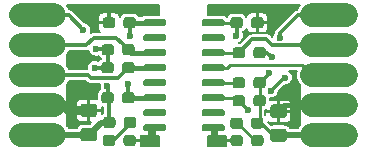
<source format=gtl>
G04 #@! TF.GenerationSoftware,KiCad,Pcbnew,5.1.8-db9833491~88~ubuntu20.04.1*
G04 #@! TF.CreationDate,2021-03-13T16:05:35+01:00*
G04 #@! TF.ProjectId,SWD_Isolator,5357445f-4973-46f6-9c61-746f722e6b69,rev?*
G04 #@! TF.SameCoordinates,PX4160928PY2f7a4c0*
G04 #@! TF.FileFunction,Copper,L1,Top*
G04 #@! TF.FilePolarity,Positive*
%FSLAX46Y46*%
G04 Gerber Fmt 4.6, Leading zero omitted, Abs format (unit mm)*
G04 Created by KiCad (PCBNEW 5.1.8-db9833491~88~ubuntu20.04.1) date 2021-03-13 16:05:35*
%MOMM*%
%LPD*%
G01*
G04 APERTURE LIST*
G04 #@! TA.AperFunction,ComponentPad*
%ADD10O,1.700000X1.700000*%
G04 #@! TD*
G04 #@! TA.AperFunction,ComponentPad*
%ADD11R,1.700000X1.700000*%
G04 #@! TD*
G04 #@! TA.AperFunction,ViaPad*
%ADD12C,0.600000*%
G04 #@! TD*
G04 #@! TA.AperFunction,Conductor*
%ADD13C,2.000000*%
G04 #@! TD*
G04 #@! TA.AperFunction,Conductor*
%ADD14C,0.400000*%
G04 #@! TD*
G04 #@! TA.AperFunction,Conductor*
%ADD15C,0.300000*%
G04 #@! TD*
G04 #@! TA.AperFunction,Conductor*
%ADD16C,0.500000*%
G04 #@! TD*
G04 #@! TA.AperFunction,Conductor*
%ADD17C,0.800000*%
G04 #@! TD*
G04 #@! TA.AperFunction,Conductor*
%ADD18C,0.254000*%
G04 #@! TD*
G04 #@! TA.AperFunction,Conductor*
%ADD19C,0.200000*%
G04 #@! TD*
G04 #@! TA.AperFunction,Conductor*
%ADD20C,0.100000*%
G04 #@! TD*
G04 APERTURE END LIST*
G04 #@! TA.AperFunction,SMDPad,CuDef*
G36*
G01*
X16500000Y10708500D02*
X16500000Y11008500D01*
G75*
G02*
X16650000Y11158500I150000J0D01*
G01*
X18300000Y11158500D01*
G75*
G02*
X18450000Y11008500I0J-150000D01*
G01*
X18450000Y10708500D01*
G75*
G02*
X18300000Y10558500I-150000J0D01*
G01*
X16650000Y10558500D01*
G75*
G02*
X16500000Y10708500I0J150000D01*
G01*
G37*
G04 #@! TD.AperFunction*
G04 #@! TA.AperFunction,SMDPad,CuDef*
G36*
G01*
X16500000Y9438500D02*
X16500000Y9738500D01*
G75*
G02*
X16650000Y9888500I150000J0D01*
G01*
X18300000Y9888500D01*
G75*
G02*
X18450000Y9738500I0J-150000D01*
G01*
X18450000Y9438500D01*
G75*
G02*
X18300000Y9288500I-150000J0D01*
G01*
X16650000Y9288500D01*
G75*
G02*
X16500000Y9438500I0J150000D01*
G01*
G37*
G04 #@! TD.AperFunction*
G04 #@! TA.AperFunction,SMDPad,CuDef*
G36*
G01*
X16500000Y8168500D02*
X16500000Y8468500D01*
G75*
G02*
X16650000Y8618500I150000J0D01*
G01*
X18300000Y8618500D01*
G75*
G02*
X18450000Y8468500I0J-150000D01*
G01*
X18450000Y8168500D01*
G75*
G02*
X18300000Y8018500I-150000J0D01*
G01*
X16650000Y8018500D01*
G75*
G02*
X16500000Y8168500I0J150000D01*
G01*
G37*
G04 #@! TD.AperFunction*
G04 #@! TA.AperFunction,SMDPad,CuDef*
G36*
G01*
X16500000Y6898500D02*
X16500000Y7198500D01*
G75*
G02*
X16650000Y7348500I150000J0D01*
G01*
X18300000Y7348500D01*
G75*
G02*
X18450000Y7198500I0J-150000D01*
G01*
X18450000Y6898500D01*
G75*
G02*
X18300000Y6748500I-150000J0D01*
G01*
X16650000Y6748500D01*
G75*
G02*
X16500000Y6898500I0J150000D01*
G01*
G37*
G04 #@! TD.AperFunction*
G04 #@! TA.AperFunction,SMDPad,CuDef*
G36*
G01*
X16500000Y5628500D02*
X16500000Y5928500D01*
G75*
G02*
X16650000Y6078500I150000J0D01*
G01*
X18300000Y6078500D01*
G75*
G02*
X18450000Y5928500I0J-150000D01*
G01*
X18450000Y5628500D01*
G75*
G02*
X18300000Y5478500I-150000J0D01*
G01*
X16650000Y5478500D01*
G75*
G02*
X16500000Y5628500I0J150000D01*
G01*
G37*
G04 #@! TD.AperFunction*
G04 #@! TA.AperFunction,SMDPad,CuDef*
G36*
G01*
X16500000Y4358500D02*
X16500000Y4658500D01*
G75*
G02*
X16650000Y4808500I150000J0D01*
G01*
X18300000Y4808500D01*
G75*
G02*
X18450000Y4658500I0J-150000D01*
G01*
X18450000Y4358500D01*
G75*
G02*
X18300000Y4208500I-150000J0D01*
G01*
X16650000Y4208500D01*
G75*
G02*
X16500000Y4358500I0J150000D01*
G01*
G37*
G04 #@! TD.AperFunction*
G04 #@! TA.AperFunction,SMDPad,CuDef*
G36*
G01*
X16500000Y3088500D02*
X16500000Y3388500D01*
G75*
G02*
X16650000Y3538500I150000J0D01*
G01*
X18300000Y3538500D01*
G75*
G02*
X18450000Y3388500I0J-150000D01*
G01*
X18450000Y3088500D01*
G75*
G02*
X18300000Y2938500I-150000J0D01*
G01*
X16650000Y2938500D01*
G75*
G02*
X16500000Y3088500I0J150000D01*
G01*
G37*
G04 #@! TD.AperFunction*
G04 #@! TA.AperFunction,SMDPad,CuDef*
G36*
G01*
X16500000Y1818500D02*
X16500000Y2118500D01*
G75*
G02*
X16650000Y2268500I150000J0D01*
G01*
X18300000Y2268500D01*
G75*
G02*
X18450000Y2118500I0J-150000D01*
G01*
X18450000Y1818500D01*
G75*
G02*
X18300000Y1668500I-150000J0D01*
G01*
X16650000Y1668500D01*
G75*
G02*
X16500000Y1818500I0J150000D01*
G01*
G37*
G04 #@! TD.AperFunction*
G04 #@! TA.AperFunction,SMDPad,CuDef*
G36*
G01*
X11550000Y1818500D02*
X11550000Y2118500D01*
G75*
G02*
X11700000Y2268500I150000J0D01*
G01*
X13350000Y2268500D01*
G75*
G02*
X13500000Y2118500I0J-150000D01*
G01*
X13500000Y1818500D01*
G75*
G02*
X13350000Y1668500I-150000J0D01*
G01*
X11700000Y1668500D01*
G75*
G02*
X11550000Y1818500I0J150000D01*
G01*
G37*
G04 #@! TD.AperFunction*
G04 #@! TA.AperFunction,SMDPad,CuDef*
G36*
G01*
X11550000Y3088500D02*
X11550000Y3388500D01*
G75*
G02*
X11700000Y3538500I150000J0D01*
G01*
X13350000Y3538500D01*
G75*
G02*
X13500000Y3388500I0J-150000D01*
G01*
X13500000Y3088500D01*
G75*
G02*
X13350000Y2938500I-150000J0D01*
G01*
X11700000Y2938500D01*
G75*
G02*
X11550000Y3088500I0J150000D01*
G01*
G37*
G04 #@! TD.AperFunction*
G04 #@! TA.AperFunction,SMDPad,CuDef*
G36*
G01*
X11550000Y4358500D02*
X11550000Y4658500D01*
G75*
G02*
X11700000Y4808500I150000J0D01*
G01*
X13350000Y4808500D01*
G75*
G02*
X13500000Y4658500I0J-150000D01*
G01*
X13500000Y4358500D01*
G75*
G02*
X13350000Y4208500I-150000J0D01*
G01*
X11700000Y4208500D01*
G75*
G02*
X11550000Y4358500I0J150000D01*
G01*
G37*
G04 #@! TD.AperFunction*
G04 #@! TA.AperFunction,SMDPad,CuDef*
G36*
G01*
X11550000Y5628500D02*
X11550000Y5928500D01*
G75*
G02*
X11700000Y6078500I150000J0D01*
G01*
X13350000Y6078500D01*
G75*
G02*
X13500000Y5928500I0J-150000D01*
G01*
X13500000Y5628500D01*
G75*
G02*
X13350000Y5478500I-150000J0D01*
G01*
X11700000Y5478500D01*
G75*
G02*
X11550000Y5628500I0J150000D01*
G01*
G37*
G04 #@! TD.AperFunction*
G04 #@! TA.AperFunction,SMDPad,CuDef*
G36*
G01*
X11550000Y6898500D02*
X11550000Y7198500D01*
G75*
G02*
X11700000Y7348500I150000J0D01*
G01*
X13350000Y7348500D01*
G75*
G02*
X13500000Y7198500I0J-150000D01*
G01*
X13500000Y6898500D01*
G75*
G02*
X13350000Y6748500I-150000J0D01*
G01*
X11700000Y6748500D01*
G75*
G02*
X11550000Y6898500I0J150000D01*
G01*
G37*
G04 #@! TD.AperFunction*
G04 #@! TA.AperFunction,SMDPad,CuDef*
G36*
G01*
X11550000Y8168500D02*
X11550000Y8468500D01*
G75*
G02*
X11700000Y8618500I150000J0D01*
G01*
X13350000Y8618500D01*
G75*
G02*
X13500000Y8468500I0J-150000D01*
G01*
X13500000Y8168500D01*
G75*
G02*
X13350000Y8018500I-150000J0D01*
G01*
X11700000Y8018500D01*
G75*
G02*
X11550000Y8168500I0J150000D01*
G01*
G37*
G04 #@! TD.AperFunction*
G04 #@! TA.AperFunction,SMDPad,CuDef*
G36*
G01*
X11550000Y9438500D02*
X11550000Y9738500D01*
G75*
G02*
X11700000Y9888500I150000J0D01*
G01*
X13350000Y9888500D01*
G75*
G02*
X13500000Y9738500I0J-150000D01*
G01*
X13500000Y9438500D01*
G75*
G02*
X13350000Y9288500I-150000J0D01*
G01*
X11700000Y9288500D01*
G75*
G02*
X11550000Y9438500I0J150000D01*
G01*
G37*
G04 #@! TD.AperFunction*
G04 #@! TA.AperFunction,SMDPad,CuDef*
G36*
G01*
X11550000Y10708500D02*
X11550000Y11008500D01*
G75*
G02*
X11700000Y11158500I150000J0D01*
G01*
X13350000Y11158500D01*
G75*
G02*
X13500000Y11008500I0J-150000D01*
G01*
X13500000Y10708500D01*
G75*
G02*
X13350000Y10558500I-150000J0D01*
G01*
X11700000Y10558500D01*
G75*
G02*
X11550000Y10708500I0J150000D01*
G01*
G37*
G04 #@! TD.AperFunction*
D10*
X26430000Y1333500D03*
X26430000Y3873500D03*
X26430000Y6413500D03*
X26430000Y8953500D03*
D11*
X26430000Y11493500D03*
D10*
X3570000Y11493500D03*
X3570000Y8953500D03*
X3570000Y6413500D03*
X3570000Y3873500D03*
D11*
X3570000Y1333500D03*
G04 #@! TA.AperFunction,SMDPad,CuDef*
G36*
G01*
X9188000Y1126500D02*
X9188000Y651500D01*
G75*
G02*
X8950500Y414000I-237500J0D01*
G01*
X8375500Y414000D01*
G75*
G02*
X8138000Y651500I0J237500D01*
G01*
X8138000Y1126500D01*
G75*
G02*
X8375500Y1364000I237500J0D01*
G01*
X8950500Y1364000D01*
G75*
G02*
X9188000Y1126500I0J-237500D01*
G01*
G37*
G04 #@! TD.AperFunction*
G04 #@! TA.AperFunction,SMDPad,CuDef*
G36*
G01*
X10938000Y1126500D02*
X10938000Y651500D01*
G75*
G02*
X10700500Y414000I-237500J0D01*
G01*
X10125500Y414000D01*
G75*
G02*
X9888000Y651500I0J237500D01*
G01*
X9888000Y1126500D01*
G75*
G02*
X10125500Y1364000I237500J0D01*
G01*
X10700500Y1364000D01*
G75*
G02*
X10938000Y1126500I0J-237500D01*
G01*
G37*
G04 #@! TD.AperFunction*
G04 #@! TA.AperFunction,SMDPad,CuDef*
G36*
G01*
X18947000Y651500D02*
X18947000Y1126500D01*
G75*
G02*
X19184500Y1364000I237500J0D01*
G01*
X19759500Y1364000D01*
G75*
G02*
X19997000Y1126500I0J-237500D01*
G01*
X19997000Y651500D01*
G75*
G02*
X19759500Y414000I-237500J0D01*
G01*
X19184500Y414000D01*
G75*
G02*
X18947000Y651500I0J237500D01*
G01*
G37*
G04 #@! TD.AperFunction*
G04 #@! TA.AperFunction,SMDPad,CuDef*
G36*
G01*
X20697000Y651500D02*
X20697000Y1126500D01*
G75*
G02*
X20934500Y1364000I237500J0D01*
G01*
X21509500Y1364000D01*
G75*
G02*
X21747000Y1126500I0J-237500D01*
G01*
X21747000Y651500D01*
G75*
G02*
X21509500Y414000I-237500J0D01*
G01*
X20934500Y414000D01*
G75*
G02*
X20697000Y651500I0J237500D01*
G01*
G37*
G04 #@! TD.AperFunction*
G04 #@! TA.AperFunction,SMDPad,CuDef*
G36*
G01*
X19983000Y2587000D02*
X19983000Y2112000D01*
G75*
G02*
X19745500Y1874500I-237500J0D01*
G01*
X19170500Y1874500D01*
G75*
G02*
X18933000Y2112000I0J237500D01*
G01*
X18933000Y2587000D01*
G75*
G02*
X19170500Y2824500I237500J0D01*
G01*
X19745500Y2824500D01*
G75*
G02*
X19983000Y2587000I0J-237500D01*
G01*
G37*
G04 #@! TD.AperFunction*
G04 #@! TA.AperFunction,SMDPad,CuDef*
G36*
G01*
X21733000Y2587000D02*
X21733000Y2112000D01*
G75*
G02*
X21495500Y1874500I-237500J0D01*
G01*
X20920500Y1874500D01*
G75*
G02*
X20683000Y2112000I0J237500D01*
G01*
X20683000Y2587000D01*
G75*
G02*
X20920500Y2824500I237500J0D01*
G01*
X21495500Y2824500D01*
G75*
G02*
X21733000Y2587000I0J-237500D01*
G01*
G37*
G04 #@! TD.AperFunction*
G04 #@! TA.AperFunction,SMDPad,CuDef*
G36*
G01*
X8166000Y2175500D02*
X8166000Y2650500D01*
G75*
G02*
X8403500Y2888000I237500J0D01*
G01*
X8978500Y2888000D01*
G75*
G02*
X9216000Y2650500I0J-237500D01*
G01*
X9216000Y2175500D01*
G75*
G02*
X8978500Y1938000I-237500J0D01*
G01*
X8403500Y1938000D01*
G75*
G02*
X8166000Y2175500I0J237500D01*
G01*
G37*
G04 #@! TD.AperFunction*
G04 #@! TA.AperFunction,SMDPad,CuDef*
G36*
G01*
X9916000Y2175500D02*
X9916000Y2650500D01*
G75*
G02*
X10153500Y2888000I237500J0D01*
G01*
X10728500Y2888000D01*
G75*
G02*
X10966000Y2650500I0J-237500D01*
G01*
X10966000Y2175500D01*
G75*
G02*
X10728500Y1938000I-237500J0D01*
G01*
X10153500Y1938000D01*
G75*
G02*
X9916000Y2175500I0J237500D01*
G01*
G37*
G04 #@! TD.AperFunction*
G04 #@! TA.AperFunction,SMDPad,CuDef*
G36*
G01*
X20697000Y10621000D02*
X20697000Y11096000D01*
G75*
G02*
X20934500Y11333500I237500J0D01*
G01*
X21509500Y11333500D01*
G75*
G02*
X21747000Y11096000I0J-237500D01*
G01*
X21747000Y10621000D01*
G75*
G02*
X21509500Y10383500I-237500J0D01*
G01*
X20934500Y10383500D01*
G75*
G02*
X20697000Y10621000I0J237500D01*
G01*
G37*
G04 #@! TD.AperFunction*
G04 #@! TA.AperFunction,SMDPad,CuDef*
G36*
G01*
X18947000Y10621000D02*
X18947000Y11096000D01*
G75*
G02*
X19184500Y11333500I237500J0D01*
G01*
X19759500Y11333500D01*
G75*
G02*
X19997000Y11096000I0J-237500D01*
G01*
X19997000Y10621000D01*
G75*
G02*
X19759500Y10383500I-237500J0D01*
G01*
X19184500Y10383500D01*
G75*
G02*
X18947000Y10621000I0J237500D01*
G01*
G37*
G04 #@! TD.AperFunction*
G04 #@! TA.AperFunction,SMDPad,CuDef*
G36*
G01*
X10938000Y11096000D02*
X10938000Y10621000D01*
G75*
G02*
X10700500Y10383500I-237500J0D01*
G01*
X10125500Y10383500D01*
G75*
G02*
X9888000Y10621000I0J237500D01*
G01*
X9888000Y11096000D01*
G75*
G02*
X10125500Y11333500I237500J0D01*
G01*
X10700500Y11333500D01*
G75*
G02*
X10938000Y11096000I0J-237500D01*
G01*
G37*
G04 #@! TD.AperFunction*
G04 #@! TA.AperFunction,SMDPad,CuDef*
G36*
G01*
X9188000Y11096000D02*
X9188000Y10621000D01*
G75*
G02*
X8950500Y10383500I-237500J0D01*
G01*
X8375500Y10383500D01*
G75*
G02*
X8138000Y10621000I0J237500D01*
G01*
X8138000Y11096000D01*
G75*
G02*
X8375500Y11333500I237500J0D01*
G01*
X8950500Y11333500D01*
G75*
G02*
X9188000Y11096000I0J-237500D01*
G01*
G37*
G04 #@! TD.AperFunction*
G04 #@! TA.AperFunction,SMDPad,CuDef*
G36*
G01*
X23464001Y2799500D02*
X22563999Y2799500D01*
G75*
G02*
X22314000Y3049499I0J249999D01*
G01*
X22314000Y3699501D01*
G75*
G02*
X22563999Y3949500I249999J0D01*
G01*
X23464001Y3949500D01*
G75*
G02*
X23714000Y3699501I0J-249999D01*
G01*
X23714000Y3049499D01*
G75*
G02*
X23464001Y2799500I-249999J0D01*
G01*
G37*
G04 #@! TD.AperFunction*
G04 #@! TA.AperFunction,SMDPad,CuDef*
G36*
G01*
X23464001Y749500D02*
X22563999Y749500D01*
G75*
G02*
X22314000Y999499I0J249999D01*
G01*
X22314000Y1649501D01*
G75*
G02*
X22563999Y1899500I249999J0D01*
G01*
X23464001Y1899500D01*
G75*
G02*
X23714000Y1649501I0J-249999D01*
G01*
X23714000Y999499D01*
G75*
G02*
X23464001Y749500I-249999J0D01*
G01*
G37*
G04 #@! TD.AperFunction*
G04 #@! TA.AperFunction,SMDPad,CuDef*
G36*
G01*
X7398501Y813000D02*
X6498499Y813000D01*
G75*
G02*
X6248500Y1062999I0J249999D01*
G01*
X6248500Y1713001D01*
G75*
G02*
X6498499Y1963000I249999J0D01*
G01*
X7398501Y1963000D01*
G75*
G02*
X7648500Y1713001I0J-249999D01*
G01*
X7648500Y1062999D01*
G75*
G02*
X7398501Y813000I-249999J0D01*
G01*
G37*
G04 #@! TD.AperFunction*
G04 #@! TA.AperFunction,SMDPad,CuDef*
G36*
G01*
X7398501Y2863000D02*
X6498499Y2863000D01*
G75*
G02*
X6248500Y3112999I0J249999D01*
G01*
X6248500Y3763001D01*
G75*
G02*
X6498499Y4013000I249999J0D01*
G01*
X7398501Y4013000D01*
G75*
G02*
X7648500Y3763001I0J-249999D01*
G01*
X7648500Y3112999D01*
G75*
G02*
X7398501Y2863000I-249999J0D01*
G01*
G37*
G04 #@! TD.AperFunction*
G04 #@! TA.AperFunction,SMDPad,CuDef*
G36*
G01*
X20187500Y6016000D02*
X20187500Y5541000D01*
G75*
G02*
X19950000Y5303500I-237500J0D01*
G01*
X19375000Y5303500D01*
G75*
G02*
X19137500Y5541000I0J237500D01*
G01*
X19137500Y6016000D01*
G75*
G02*
X19375000Y6253500I237500J0D01*
G01*
X19950000Y6253500D01*
G75*
G02*
X20187500Y6016000I0J-237500D01*
G01*
G37*
G04 #@! TD.AperFunction*
G04 #@! TA.AperFunction,SMDPad,CuDef*
G36*
G01*
X21937500Y6016000D02*
X21937500Y5541000D01*
G75*
G02*
X21700000Y5303500I-237500J0D01*
G01*
X21125000Y5303500D01*
G75*
G02*
X20887500Y5541000I0J237500D01*
G01*
X20887500Y6016000D01*
G75*
G02*
X21125000Y6253500I237500J0D01*
G01*
X21700000Y6253500D01*
G75*
G02*
X21937500Y6016000I0J-237500D01*
G01*
G37*
G04 #@! TD.AperFunction*
G04 #@! TA.AperFunction,SMDPad,CuDef*
G36*
G01*
X21937500Y4492000D02*
X21937500Y4017000D01*
G75*
G02*
X21700000Y3779500I-237500J0D01*
G01*
X21125000Y3779500D01*
G75*
G02*
X20887500Y4017000I0J237500D01*
G01*
X20887500Y4492000D01*
G75*
G02*
X21125000Y4729500I237500J0D01*
G01*
X21700000Y4729500D01*
G75*
G02*
X21937500Y4492000I0J-237500D01*
G01*
G37*
G04 #@! TD.AperFunction*
G04 #@! TA.AperFunction,SMDPad,CuDef*
G36*
G01*
X20187500Y4492000D02*
X20187500Y4017000D01*
G75*
G02*
X19950000Y3779500I-237500J0D01*
G01*
X19375000Y3779500D01*
G75*
G02*
X19137500Y4017000I0J237500D01*
G01*
X19137500Y4492000D01*
G75*
G02*
X19375000Y4729500I237500J0D01*
G01*
X19950000Y4729500D01*
G75*
G02*
X20187500Y4492000I0J-237500D01*
G01*
G37*
G04 #@! TD.AperFunction*
G04 #@! TA.AperFunction,SMDPad,CuDef*
G36*
G01*
X21937500Y8556000D02*
X21937500Y8081000D01*
G75*
G02*
X21700000Y7843500I-237500J0D01*
G01*
X21125000Y7843500D01*
G75*
G02*
X20887500Y8081000I0J237500D01*
G01*
X20887500Y8556000D01*
G75*
G02*
X21125000Y8793500I237500J0D01*
G01*
X21700000Y8793500D01*
G75*
G02*
X21937500Y8556000I0J-237500D01*
G01*
G37*
G04 #@! TD.AperFunction*
G04 #@! TA.AperFunction,SMDPad,CuDef*
G36*
G01*
X20187500Y8556000D02*
X20187500Y8081000D01*
G75*
G02*
X19950000Y7843500I-237500J0D01*
G01*
X19375000Y7843500D01*
G75*
G02*
X19137500Y8081000I0J237500D01*
G01*
X19137500Y8556000D01*
G75*
G02*
X19375000Y8793500I237500J0D01*
G01*
X19950000Y8793500D01*
G75*
G02*
X20187500Y8556000I0J-237500D01*
G01*
G37*
G04 #@! TD.AperFunction*
G04 #@! TA.AperFunction,SMDPad,CuDef*
G36*
G01*
X8039000Y8335000D02*
X8039000Y8810000D01*
G75*
G02*
X8276500Y9047500I237500J0D01*
G01*
X8851500Y9047500D01*
G75*
G02*
X9089000Y8810000I0J-237500D01*
G01*
X9089000Y8335000D01*
G75*
G02*
X8851500Y8097500I-237500J0D01*
G01*
X8276500Y8097500D01*
G75*
G02*
X8039000Y8335000I0J237500D01*
G01*
G37*
G04 #@! TD.AperFunction*
G04 #@! TA.AperFunction,SMDPad,CuDef*
G36*
G01*
X9789000Y8335000D02*
X9789000Y8810000D01*
G75*
G02*
X10026500Y9047500I237500J0D01*
G01*
X10601500Y9047500D01*
G75*
G02*
X10839000Y8810000I0J-237500D01*
G01*
X10839000Y8335000D01*
G75*
G02*
X10601500Y8097500I-237500J0D01*
G01*
X10026500Y8097500D01*
G75*
G02*
X9789000Y8335000I0J237500D01*
G01*
G37*
G04 #@! TD.AperFunction*
G04 #@! TA.AperFunction,SMDPad,CuDef*
G36*
G01*
X9775000Y6811000D02*
X9775000Y7286000D01*
G75*
G02*
X10012500Y7523500I237500J0D01*
G01*
X10587500Y7523500D01*
G75*
G02*
X10825000Y7286000I0J-237500D01*
G01*
X10825000Y6811000D01*
G75*
G02*
X10587500Y6573500I-237500J0D01*
G01*
X10012500Y6573500D01*
G75*
G02*
X9775000Y6811000I0J237500D01*
G01*
G37*
G04 #@! TD.AperFunction*
G04 #@! TA.AperFunction,SMDPad,CuDef*
G36*
G01*
X8025000Y6811000D02*
X8025000Y7286000D01*
G75*
G02*
X8262500Y7523500I237500J0D01*
G01*
X8837500Y7523500D01*
G75*
G02*
X9075000Y7286000I0J-237500D01*
G01*
X9075000Y6811000D01*
G75*
G02*
X8837500Y6573500I-237500J0D01*
G01*
X8262500Y6573500D01*
G75*
G02*
X8025000Y6811000I0J237500D01*
G01*
G37*
G04 #@! TD.AperFunction*
G04 #@! TA.AperFunction,SMDPad,CuDef*
G36*
G01*
X8025000Y4271000D02*
X8025000Y4746000D01*
G75*
G02*
X8262500Y4983500I237500J0D01*
G01*
X8837500Y4983500D01*
G75*
G02*
X9075000Y4746000I0J-237500D01*
G01*
X9075000Y4271000D01*
G75*
G02*
X8837500Y4033500I-237500J0D01*
G01*
X8262500Y4033500D01*
G75*
G02*
X8025000Y4271000I0J237500D01*
G01*
G37*
G04 #@! TD.AperFunction*
G04 #@! TA.AperFunction,SMDPad,CuDef*
G36*
G01*
X9775000Y4271000D02*
X9775000Y4746000D01*
G75*
G02*
X10012500Y4983500I237500J0D01*
G01*
X10587500Y4983500D01*
G75*
G02*
X10825000Y4746000I0J-237500D01*
G01*
X10825000Y4271000D01*
G75*
G02*
X10587500Y4033500I-237500J0D01*
G01*
X10012500Y4033500D01*
G75*
G02*
X9775000Y4271000I0J237500D01*
G01*
G37*
G04 #@! TD.AperFunction*
D12*
X10441000Y9779000D03*
X7583500Y8636000D03*
X7456500Y7048500D03*
X8536000Y5500000D03*
X12600000Y825500D03*
X11647500Y825500D03*
X7266000Y5080000D03*
X5932500Y4889500D03*
X5551500Y2540000D03*
X6059500Y7175500D03*
X11965000Y11938000D03*
X7202500Y11239500D03*
X6440500Y11874500D03*
X8663000Y12090400D03*
X10441000Y12039600D03*
X7494600Y10363200D03*
X6504000Y10238500D03*
X10314000Y5715000D03*
X17362500Y825500D03*
X18251500Y825500D03*
X24347500Y4572000D03*
X24411000Y2984500D03*
X23268000Y4699000D03*
X23395000Y11938000D03*
X22734600Y10922000D03*
X17502200Y12039600D03*
X18670600Y12039600D03*
X23141000Y9603500D03*
X20474000Y3492500D03*
X22383521Y5116373D03*
X23585500Y6223006D03*
X19458000Y9779000D03*
X22188500Y6604006D03*
X22442500Y7921512D03*
D13*
X4027500Y1333500D02*
X1175010Y1333500D01*
D14*
X12249500Y10858500D02*
X10413000Y10858500D01*
D15*
X8564000Y7062500D02*
X8550000Y7048500D01*
X8564000Y8572500D02*
X8564000Y7062500D01*
X10413000Y10858500D02*
X10413000Y9807000D01*
X10413000Y9807000D02*
X10441000Y9779000D01*
X8500500Y8636000D02*
X8564000Y8572500D01*
X7583500Y8636000D02*
X8500500Y8636000D01*
X7456500Y7048500D02*
X8550000Y7048500D01*
X8691000Y4367500D02*
X8550000Y4508500D01*
X8691000Y2413000D02*
X8691000Y4367500D01*
D16*
X6894000Y1333500D02*
X6948500Y1388000D01*
X4027500Y1333500D02*
X6894000Y1333500D01*
X7973500Y2413000D02*
X6948500Y1388000D01*
X8691000Y2413000D02*
X7973500Y2413000D01*
D15*
X8550000Y5486000D02*
X8536000Y5500000D01*
X8550000Y4508500D02*
X8550000Y5486000D01*
D13*
X4027500Y3873500D02*
X1175010Y3873500D01*
D17*
X5234000Y3492500D02*
X6894000Y3492500D01*
X6894000Y3492500D02*
X6948500Y3438000D01*
X4027500Y3873500D02*
X4853000Y3873500D01*
X4853000Y3873500D02*
X5234000Y3492500D01*
D16*
X12249500Y1968500D02*
X12249500Y934700D01*
D13*
X4027500Y8953500D02*
X2825419Y8953500D01*
X2825419Y8953500D02*
X1175010Y8953500D01*
D14*
X10568000Y8318500D02*
X10314000Y8572500D01*
X12249500Y8318500D02*
X10568000Y8318500D01*
D15*
X9814928Y9071572D02*
X10314000Y8572500D01*
X9298000Y9588500D02*
X9814928Y9071572D01*
X7393000Y9588500D02*
X9298000Y9588500D01*
X4027500Y8953500D02*
X6758000Y8953500D01*
X6758000Y8953500D02*
X7393000Y9588500D01*
D13*
X4027500Y6413500D02*
X2825419Y6413500D01*
X2825419Y6413500D02*
X1175010Y6413500D01*
D14*
X12249500Y7048500D02*
X10300000Y7048500D01*
D15*
X9451500Y6200000D02*
X10300000Y7048500D01*
X6885000Y6413500D02*
X7098500Y6200000D01*
X7098500Y6200000D02*
X9451500Y6200000D01*
X4027500Y6413500D02*
X6885000Y6413500D01*
D13*
X4027500Y11493500D02*
X3202000Y11493500D01*
X3202000Y11493500D02*
X1175010Y11493500D01*
D14*
X12249500Y4508500D02*
X10300000Y4508500D01*
D15*
X4027500Y11493500D02*
X5249000Y11493500D01*
X5249000Y11493500D02*
X6504000Y10238500D01*
X10314000Y4522500D02*
X10300000Y4508500D01*
X10314000Y5715000D02*
X10314000Y4522500D01*
D13*
X25871500Y3873500D02*
X27073581Y3873500D01*
X27073581Y3873500D02*
X28723990Y3873500D01*
D14*
X23513000Y3873500D02*
X23014000Y3374500D01*
X25871500Y3873500D02*
X23513000Y3873500D01*
D16*
X17649500Y1168500D02*
X17705400Y1112600D01*
X17649500Y1968500D02*
X17649500Y1168500D01*
D13*
X25871500Y11493500D02*
X28723990Y11493500D01*
D18*
X19408500Y4508500D02*
X19662500Y4254500D01*
X17649500Y4508500D02*
X19408500Y4508500D01*
D15*
X24669419Y11493500D02*
X23141000Y9965081D01*
X25871500Y11493500D02*
X24669419Y11493500D01*
X23141000Y9965081D02*
X23141000Y9603500D01*
X19662500Y4254500D02*
X20424500Y3492500D01*
X20424500Y3492500D02*
X20474000Y3492500D01*
X22383521Y5116373D02*
X23490154Y6223006D01*
X23490154Y6223006D02*
X23585500Y6223006D01*
D18*
X17649500Y5778500D02*
X19662500Y5778500D01*
D13*
X25871500Y6413500D02*
X27073581Y6413500D01*
X27073581Y6413500D02*
X28723990Y6413500D01*
D18*
X18653500Y7048500D02*
X18899502Y7294502D01*
X18899502Y7294502D02*
X24990498Y7294502D01*
X25021501Y7263499D02*
X25871500Y6413500D01*
X24990498Y7294502D02*
X25021501Y7263499D01*
X17649500Y7048500D02*
X18653500Y7048500D01*
X17649500Y8318500D02*
X19662500Y8318500D01*
D15*
X19662500Y8318500D02*
X20805500Y9461500D01*
X20805500Y9461500D02*
X21998000Y9461500D01*
X21998000Y9461500D02*
X22506000Y8953500D01*
D13*
X25871500Y8953500D02*
X28723990Y8953500D01*
D15*
X22506000Y8953500D02*
X25871500Y8953500D01*
D13*
X25871500Y1333500D02*
X28721500Y1333500D01*
D18*
X17649500Y10858500D02*
X19472000Y10858500D01*
X21412500Y4254500D02*
X21412500Y5778500D01*
X21208000Y2349500D02*
X21426500Y2568000D01*
X21426500Y4240500D02*
X21412500Y4254500D01*
X21426500Y2568000D02*
X21426500Y4240500D01*
X22578500Y1324500D02*
X23014000Y1324500D01*
X21208000Y2349500D02*
X21553500Y2349500D01*
X21553500Y2349500D02*
X22578500Y1324500D01*
D15*
X19472000Y10858500D02*
X19472000Y9793000D01*
X19472000Y9793000D02*
X19458000Y9779000D01*
X22045512Y8318500D02*
X22142501Y8221511D01*
X21412500Y8318500D02*
X22045512Y8318500D01*
X22188500Y6554500D02*
X22188500Y6604006D01*
X21412500Y5778500D02*
X22188500Y6554500D01*
X22142501Y8221511D02*
X22442500Y7921512D01*
D16*
X23023000Y1333500D02*
X23014000Y1324500D01*
X25871500Y1333500D02*
X23023000Y1333500D01*
D18*
X8917000Y889000D02*
X10441000Y2413000D01*
X8663000Y889000D02*
X8917000Y889000D01*
X21045500Y889000D02*
X21222000Y889000D01*
X19458000Y2349500D02*
X19585000Y2349500D01*
X19585000Y2349500D02*
X21045500Y889000D01*
D19*
X12575000Y2018500D02*
X12595000Y2018500D01*
X12595000Y1918500D01*
X12575000Y1918500D01*
X12575000Y1368500D01*
X12675000Y1268500D01*
X12881000Y1268017D01*
X12881000Y429000D01*
X11339846Y429000D01*
X11338000Y739000D01*
X11238000Y839000D01*
X10463000Y839000D01*
X10463000Y819000D01*
X10363000Y819000D01*
X10363000Y839000D01*
X10343000Y839000D01*
X10343000Y939000D01*
X10363000Y939000D01*
X10363000Y959000D01*
X10463000Y959000D01*
X10463000Y939000D01*
X11238000Y939000D01*
X11338000Y1039000D01*
X11339717Y1327344D01*
X11396186Y1297160D01*
X11471586Y1274288D01*
X11550000Y1266565D01*
X12375000Y1268500D01*
X12475000Y1368500D01*
X12475000Y1918500D01*
X12455000Y1918500D01*
X12455000Y2018500D01*
X12475000Y2018500D01*
X12475000Y2038500D01*
X12575000Y2038500D01*
X12575000Y2018500D01*
G04 #@! TA.AperFunction,Conductor*
D20*
G36*
X12575000Y2018500D02*
G01*
X12595000Y2018500D01*
X12595000Y1918500D01*
X12575000Y1918500D01*
X12575000Y1368500D01*
X12675000Y1268500D01*
X12881000Y1268017D01*
X12881000Y429000D01*
X11339846Y429000D01*
X11338000Y739000D01*
X11238000Y839000D01*
X10463000Y839000D01*
X10463000Y819000D01*
X10363000Y819000D01*
X10363000Y839000D01*
X10343000Y839000D01*
X10343000Y939000D01*
X10363000Y939000D01*
X10363000Y959000D01*
X10463000Y959000D01*
X10463000Y939000D01*
X11238000Y939000D01*
X11338000Y1039000D01*
X11339717Y1327344D01*
X11396186Y1297160D01*
X11471586Y1274288D01*
X11550000Y1266565D01*
X12375000Y1268500D01*
X12475000Y1368500D01*
X12475000Y1918500D01*
X12455000Y1918500D01*
X12455000Y2018500D01*
X12475000Y2018500D01*
X12475000Y2038500D01*
X12575000Y2038500D01*
X12575000Y2018500D01*
G37*
G04 #@! TD.AperFunction*
D19*
X6724606Y5861132D02*
X6740394Y5841894D01*
X6817138Y5778912D01*
X6904695Y5732112D01*
X6999699Y5703293D01*
X7098500Y5693562D01*
X7123254Y5696000D01*
X7909301Y5696000D01*
X7907133Y5690765D01*
X7882000Y5564413D01*
X7882000Y5435587D01*
X7907133Y5309235D01*
X7935547Y5240637D01*
X7932929Y5239238D01*
X7843036Y5165464D01*
X7769262Y5075571D01*
X7714444Y4973012D01*
X7680686Y4861730D01*
X7669288Y4746000D01*
X7669288Y4412888D01*
X7648500Y4414935D01*
X7098500Y4413000D01*
X6998500Y4313000D01*
X6998500Y3488000D01*
X7948500Y3488000D01*
X8048500Y3588000D01*
X8049096Y3718816D01*
X8146770Y3689186D01*
X8187001Y3685224D01*
X8187000Y3201745D01*
X8176488Y3198556D01*
X8073929Y3143738D01*
X8049249Y3123483D01*
X8048500Y3288000D01*
X7948500Y3388000D01*
X6998500Y3388000D01*
X6998500Y2563000D01*
X7098500Y2463000D01*
X7169067Y2462752D01*
X7025028Y2318712D01*
X6498499Y2318712D01*
X6380331Y2307073D01*
X6266703Y2272605D01*
X6161984Y2216631D01*
X6070197Y2141303D01*
X5994869Y2049516D01*
X5938895Y1944797D01*
X5936682Y1937500D01*
X5239939Y1937500D01*
X5158757Y2089382D01*
X5143500Y2107973D01*
X5143500Y2863000D01*
X5846565Y2863000D01*
X5854288Y2784586D01*
X5877160Y2709186D01*
X5914303Y2639697D01*
X5964289Y2578789D01*
X6025197Y2528803D01*
X6094686Y2491660D01*
X6170086Y2468788D01*
X6248500Y2461065D01*
X6798500Y2463000D01*
X6898500Y2563000D01*
X6898500Y3388000D01*
X5948500Y3388000D01*
X5848500Y3288000D01*
X5846565Y2863000D01*
X5143500Y2863000D01*
X5143500Y4013000D01*
X5846565Y4013000D01*
X5848500Y3588000D01*
X5948500Y3488000D01*
X6898500Y3488000D01*
X6898500Y4313000D01*
X6798500Y4413000D01*
X6248500Y4414935D01*
X6170086Y4407212D01*
X6094686Y4384340D01*
X6025197Y4347197D01*
X5964289Y4297211D01*
X5914303Y4236303D01*
X5877160Y4166814D01*
X5854288Y4091414D01*
X5846565Y4013000D01*
X5143500Y4013000D01*
X5143500Y5639027D01*
X5158757Y5657618D01*
X5284485Y5892840D01*
X5289539Y5909500D01*
X6676238Y5909500D01*
X6724606Y5861132D01*
G04 #@! TA.AperFunction,Conductor*
D20*
G36*
X6724606Y5861132D02*
G01*
X6740394Y5841894D01*
X6817138Y5778912D01*
X6904695Y5732112D01*
X6999699Y5703293D01*
X7098500Y5693562D01*
X7123254Y5696000D01*
X7909301Y5696000D01*
X7907133Y5690765D01*
X7882000Y5564413D01*
X7882000Y5435587D01*
X7907133Y5309235D01*
X7935547Y5240637D01*
X7932929Y5239238D01*
X7843036Y5165464D01*
X7769262Y5075571D01*
X7714444Y4973012D01*
X7680686Y4861730D01*
X7669288Y4746000D01*
X7669288Y4412888D01*
X7648500Y4414935D01*
X7098500Y4413000D01*
X6998500Y4313000D01*
X6998500Y3488000D01*
X7948500Y3488000D01*
X8048500Y3588000D01*
X8049096Y3718816D01*
X8146770Y3689186D01*
X8187001Y3685224D01*
X8187000Y3201745D01*
X8176488Y3198556D01*
X8073929Y3143738D01*
X8049249Y3123483D01*
X8048500Y3288000D01*
X7948500Y3388000D01*
X6998500Y3388000D01*
X6998500Y2563000D01*
X7098500Y2463000D01*
X7169067Y2462752D01*
X7025028Y2318712D01*
X6498499Y2318712D01*
X6380331Y2307073D01*
X6266703Y2272605D01*
X6161984Y2216631D01*
X6070197Y2141303D01*
X5994869Y2049516D01*
X5938895Y1944797D01*
X5936682Y1937500D01*
X5239939Y1937500D01*
X5158757Y2089382D01*
X5143500Y2107973D01*
X5143500Y2863000D01*
X5846565Y2863000D01*
X5854288Y2784586D01*
X5877160Y2709186D01*
X5914303Y2639697D01*
X5964289Y2578789D01*
X6025197Y2528803D01*
X6094686Y2491660D01*
X6170086Y2468788D01*
X6248500Y2461065D01*
X6798500Y2463000D01*
X6898500Y2563000D01*
X6898500Y3388000D01*
X5948500Y3388000D01*
X5848500Y3288000D01*
X5846565Y2863000D01*
X5143500Y2863000D01*
X5143500Y4013000D01*
X5846565Y4013000D01*
X5848500Y3588000D01*
X5948500Y3488000D01*
X6898500Y3488000D01*
X6898500Y4313000D01*
X6798500Y4413000D01*
X6248500Y4414935D01*
X6170086Y4407212D01*
X6094686Y4384340D01*
X6025197Y4347197D01*
X5964289Y4297211D01*
X5914303Y4236303D01*
X5877160Y4166814D01*
X5854288Y4091414D01*
X5846565Y4013000D01*
X5143500Y4013000D01*
X5143500Y5639027D01*
X5158757Y5657618D01*
X5284485Y5892840D01*
X5289539Y5909500D01*
X6676238Y5909500D01*
X6724606Y5861132D01*
G37*
G04 #@! TD.AperFunction*
D19*
X6954633Y8445235D02*
X7003933Y8326215D01*
X7075505Y8219100D01*
X7166600Y8128005D01*
X7273715Y8056433D01*
X7392735Y8007133D01*
X7519087Y7982000D01*
X7647913Y7982000D01*
X7774265Y8007133D01*
X7780885Y8009875D01*
X7783262Y8005429D01*
X7857036Y7915536D01*
X7946929Y7841762D01*
X7998417Y7814242D01*
X7932929Y7779238D01*
X7843036Y7705464D01*
X7774831Y7622357D01*
X7766285Y7628067D01*
X7647265Y7677367D01*
X7520913Y7702500D01*
X7392087Y7702500D01*
X7265735Y7677367D01*
X7146715Y7628067D01*
X7039600Y7556495D01*
X6948505Y7465400D01*
X6876933Y7358285D01*
X6827633Y7239265D01*
X6802500Y7112913D01*
X6802500Y6984087D01*
X6815745Y6917500D01*
X5289539Y6917500D01*
X5284485Y6934160D01*
X5158757Y7169382D01*
X5143500Y7187973D01*
X5143500Y8179027D01*
X5158757Y8197618D01*
X5284485Y8432840D01*
X5289539Y8449500D01*
X6733246Y8449500D01*
X6758000Y8447062D01*
X6856801Y8456793D01*
X6946898Y8484123D01*
X6954633Y8445235D01*
G04 #@! TA.AperFunction,Conductor*
D20*
G36*
X6954633Y8445235D02*
G01*
X7003933Y8326215D01*
X7075505Y8219100D01*
X7166600Y8128005D01*
X7273715Y8056433D01*
X7392735Y8007133D01*
X7519087Y7982000D01*
X7647913Y7982000D01*
X7774265Y8007133D01*
X7780885Y8009875D01*
X7783262Y8005429D01*
X7857036Y7915536D01*
X7946929Y7841762D01*
X7998417Y7814242D01*
X7932929Y7779238D01*
X7843036Y7705464D01*
X7774831Y7622357D01*
X7766285Y7628067D01*
X7647265Y7677367D01*
X7520913Y7702500D01*
X7392087Y7702500D01*
X7265735Y7677367D01*
X7146715Y7628067D01*
X7039600Y7556495D01*
X6948505Y7465400D01*
X6876933Y7358285D01*
X6827633Y7239265D01*
X6802500Y7112913D01*
X6802500Y6984087D01*
X6815745Y6917500D01*
X5289539Y6917500D01*
X5284485Y6934160D01*
X5158757Y7169382D01*
X5143500Y7187973D01*
X5143500Y8179027D01*
X5158757Y8197618D01*
X5284485Y8432840D01*
X5289539Y8449500D01*
X6733246Y8449500D01*
X6758000Y8447062D01*
X6856801Y8456793D01*
X6946898Y8484123D01*
X6954633Y8445235D01*
G37*
G04 #@! TD.AperFunction*
D19*
X12881000Y11514212D02*
X11700000Y11514212D01*
X11601340Y11504495D01*
X11506472Y11475717D01*
X11419041Y11428984D01*
X11398955Y11412500D01*
X11200724Y11412500D01*
X11193738Y11425571D01*
X11119964Y11515464D01*
X11030071Y11589238D01*
X10927512Y11644056D01*
X10816230Y11677814D01*
X10700500Y11689212D01*
X10125500Y11689212D01*
X10009770Y11677814D01*
X9898488Y11644056D01*
X9795929Y11589238D01*
X9706036Y11515464D01*
X9632262Y11425571D01*
X9588864Y11344377D01*
X9582212Y11411914D01*
X9559340Y11487314D01*
X9522197Y11556803D01*
X9472211Y11617711D01*
X9411303Y11667697D01*
X9341814Y11704840D01*
X9266414Y11727712D01*
X9188000Y11735435D01*
X8813000Y11733500D01*
X8713000Y11633500D01*
X8713000Y10908500D01*
X8733000Y10908500D01*
X8733000Y10808500D01*
X8713000Y10808500D01*
X8713000Y10788500D01*
X8613000Y10788500D01*
X8613000Y10808500D01*
X7838000Y10808500D01*
X7738000Y10708500D01*
X7736065Y10383500D01*
X7743788Y10305086D01*
X7766660Y10229686D01*
X7803803Y10160197D01*
X7853789Y10099289D01*
X7862061Y10092500D01*
X7417754Y10092500D01*
X7393000Y10094938D01*
X7368246Y10092500D01*
X7294199Y10085207D01*
X7199195Y10056388D01*
X7118609Y10013314D01*
X7132867Y10047735D01*
X7158000Y10174087D01*
X7158000Y10302913D01*
X7132867Y10429265D01*
X7083567Y10548285D01*
X7011995Y10655400D01*
X6920900Y10746495D01*
X6813785Y10818067D01*
X6694765Y10867367D01*
X6568413Y10892500D01*
X6562764Y10892500D01*
X6121764Y11333500D01*
X7736065Y11333500D01*
X7738000Y11008500D01*
X7838000Y10908500D01*
X8613000Y10908500D01*
X8613000Y11633500D01*
X8513000Y11733500D01*
X8138000Y11735435D01*
X8059586Y11727712D01*
X7984186Y11704840D01*
X7914697Y11667697D01*
X7853789Y11617711D01*
X7803803Y11556803D01*
X7766660Y11487314D01*
X7743788Y11411914D01*
X7736065Y11333500D01*
X6121764Y11333500D01*
X5622890Y11832373D01*
X5607106Y11851606D01*
X5530362Y11914588D01*
X5442805Y11961388D01*
X5347801Y11990207D01*
X5290025Y11995897D01*
X5284485Y12014160D01*
X5158757Y12249382D01*
X5143500Y12267973D01*
X5143500Y12398000D01*
X12881000Y12398000D01*
X12881000Y11514212D01*
G04 #@! TA.AperFunction,Conductor*
D20*
G36*
X12881000Y11514212D02*
G01*
X11700000Y11514212D01*
X11601340Y11504495D01*
X11506472Y11475717D01*
X11419041Y11428984D01*
X11398955Y11412500D01*
X11200724Y11412500D01*
X11193738Y11425571D01*
X11119964Y11515464D01*
X11030071Y11589238D01*
X10927512Y11644056D01*
X10816230Y11677814D01*
X10700500Y11689212D01*
X10125500Y11689212D01*
X10009770Y11677814D01*
X9898488Y11644056D01*
X9795929Y11589238D01*
X9706036Y11515464D01*
X9632262Y11425571D01*
X9588864Y11344377D01*
X9582212Y11411914D01*
X9559340Y11487314D01*
X9522197Y11556803D01*
X9472211Y11617711D01*
X9411303Y11667697D01*
X9341814Y11704840D01*
X9266414Y11727712D01*
X9188000Y11735435D01*
X8813000Y11733500D01*
X8713000Y11633500D01*
X8713000Y10908500D01*
X8733000Y10908500D01*
X8733000Y10808500D01*
X8713000Y10808500D01*
X8713000Y10788500D01*
X8613000Y10788500D01*
X8613000Y10808500D01*
X7838000Y10808500D01*
X7738000Y10708500D01*
X7736065Y10383500D01*
X7743788Y10305086D01*
X7766660Y10229686D01*
X7803803Y10160197D01*
X7853789Y10099289D01*
X7862061Y10092500D01*
X7417754Y10092500D01*
X7393000Y10094938D01*
X7368246Y10092500D01*
X7294199Y10085207D01*
X7199195Y10056388D01*
X7118609Y10013314D01*
X7132867Y10047735D01*
X7158000Y10174087D01*
X7158000Y10302913D01*
X7132867Y10429265D01*
X7083567Y10548285D01*
X7011995Y10655400D01*
X6920900Y10746495D01*
X6813785Y10818067D01*
X6694765Y10867367D01*
X6568413Y10892500D01*
X6562764Y10892500D01*
X6121764Y11333500D01*
X7736065Y11333500D01*
X7738000Y11008500D01*
X7838000Y10908500D01*
X8613000Y10908500D01*
X8613000Y11633500D01*
X8513000Y11733500D01*
X8138000Y11735435D01*
X8059586Y11727712D01*
X7984186Y11704840D01*
X7914697Y11667697D01*
X7853789Y11617711D01*
X7803803Y11556803D01*
X7766660Y11487314D01*
X7743788Y11411914D01*
X7736065Y11333500D01*
X6121764Y11333500D01*
X5622890Y11832373D01*
X5607106Y11851606D01*
X5530362Y11914588D01*
X5442805Y11961388D01*
X5347801Y11990207D01*
X5290025Y11995897D01*
X5284485Y12014160D01*
X5158757Y12249382D01*
X5143500Y12267973D01*
X5143500Y12398000D01*
X12881000Y12398000D01*
X12881000Y11514212D01*
G37*
G04 #@! TD.AperFunction*
D19*
X17525000Y2018500D02*
X17545000Y2018500D01*
X17545000Y1918500D01*
X17525000Y1918500D01*
X17525000Y1368500D01*
X17625000Y1268500D01*
X18450000Y1266565D01*
X18528414Y1274288D01*
X18545568Y1279492D01*
X18547000Y1039000D01*
X18647000Y939000D01*
X19422000Y939000D01*
X19422000Y959000D01*
X19522000Y959000D01*
X19522000Y939000D01*
X19542000Y939000D01*
X19542000Y839000D01*
X19522000Y839000D01*
X19522000Y819000D01*
X19422000Y819000D01*
X19422000Y839000D01*
X18647000Y839000D01*
X18547000Y739000D01*
X18545154Y429000D01*
X17081500Y429000D01*
X17081500Y1267929D01*
X17325000Y1268500D01*
X17425000Y1368500D01*
X17425000Y1918500D01*
X17405000Y1918500D01*
X17405000Y2018500D01*
X17425000Y2018500D01*
X17425000Y2038500D01*
X17525000Y2038500D01*
X17525000Y2018500D01*
G04 #@! TA.AperFunction,Conductor*
D20*
G36*
X17525000Y2018500D02*
G01*
X17545000Y2018500D01*
X17545000Y1918500D01*
X17525000Y1918500D01*
X17525000Y1368500D01*
X17625000Y1268500D01*
X18450000Y1266565D01*
X18528414Y1274288D01*
X18545568Y1279492D01*
X18547000Y1039000D01*
X18647000Y939000D01*
X19422000Y939000D01*
X19422000Y959000D01*
X19522000Y959000D01*
X19522000Y939000D01*
X19542000Y939000D01*
X19542000Y839000D01*
X19522000Y839000D01*
X19522000Y819000D01*
X19422000Y819000D01*
X19422000Y839000D01*
X18647000Y839000D01*
X18547000Y739000D01*
X18545154Y429000D01*
X17081500Y429000D01*
X17081500Y1267929D01*
X17325000Y1268500D01*
X17425000Y1368500D01*
X17425000Y1918500D01*
X17405000Y1918500D01*
X17405000Y2018500D01*
X17425000Y2018500D01*
X17425000Y2038500D01*
X17525000Y2038500D01*
X17525000Y2018500D01*
G37*
G04 #@! TD.AperFunction*
D19*
X24537092Y6678930D02*
X24510949Y6413500D01*
X24537092Y6148070D01*
X24614515Y5892840D01*
X24740243Y5657618D01*
X24819000Y5561652D01*
X24819000Y2185348D01*
X24740243Y2089382D01*
X24659061Y1937500D01*
X23993564Y1937500D01*
X23967631Y1986016D01*
X23892303Y2077803D01*
X23800516Y2153131D01*
X23695797Y2209105D01*
X23582169Y2243573D01*
X23464001Y2255212D01*
X22563999Y2255212D01*
X22445831Y2243573D01*
X22364373Y2218863D01*
X22149209Y2434028D01*
X22160186Y2428160D01*
X22235586Y2405288D01*
X22314000Y2397565D01*
X22864000Y2399500D01*
X22964000Y2499500D01*
X22964000Y3324500D01*
X23064000Y3324500D01*
X23064000Y2499500D01*
X23164000Y2399500D01*
X23714000Y2397565D01*
X23792414Y2405288D01*
X23867814Y2428160D01*
X23937303Y2465303D01*
X23998211Y2515289D01*
X24048197Y2576197D01*
X24085340Y2645686D01*
X24108212Y2721086D01*
X24115935Y2799500D01*
X24114000Y3224500D01*
X24014000Y3324500D01*
X23064000Y3324500D01*
X22964000Y3324500D01*
X22014000Y3324500D01*
X21914000Y3224500D01*
X21913015Y3008064D01*
X21907500Y3012590D01*
X21907500Y3463025D01*
X21927012Y3468944D01*
X21954737Y3483763D01*
X22014000Y3424500D01*
X22964000Y3424500D01*
X22964000Y4249500D01*
X23064000Y4249500D01*
X23064000Y3424500D01*
X24014000Y3424500D01*
X24114000Y3524500D01*
X24115935Y3949500D01*
X24108212Y4027914D01*
X24085340Y4103314D01*
X24048197Y4172803D01*
X23998211Y4233711D01*
X23937303Y4283697D01*
X23867814Y4320840D01*
X23792414Y4343712D01*
X23714000Y4351435D01*
X23164000Y4349500D01*
X23064000Y4249500D01*
X22964000Y4249500D01*
X22864000Y4349500D01*
X22314000Y4351435D01*
X22293212Y4349388D01*
X22293212Y4467524D01*
X22319108Y4462373D01*
X22447934Y4462373D01*
X22574286Y4487506D01*
X22693306Y4536806D01*
X22800421Y4608378D01*
X22891516Y4699473D01*
X22963088Y4806588D01*
X23012388Y4925608D01*
X23037521Y5051960D01*
X23037521Y5057610D01*
X23548918Y5569006D01*
X23649913Y5569006D01*
X23776265Y5594139D01*
X23895285Y5643439D01*
X24002400Y5715011D01*
X24093495Y5806106D01*
X24165067Y5913221D01*
X24214367Y6032241D01*
X24239500Y6158593D01*
X24239500Y6287419D01*
X24214367Y6413771D01*
X24165067Y6532791D01*
X24093495Y6639906D01*
X24002400Y6731001D01*
X23895285Y6802573D01*
X23868900Y6813502D01*
X24577914Y6813502D01*
X24537092Y6678930D01*
G04 #@! TA.AperFunction,Conductor*
D20*
G36*
X24537092Y6678930D02*
G01*
X24510949Y6413500D01*
X24537092Y6148070D01*
X24614515Y5892840D01*
X24740243Y5657618D01*
X24819000Y5561652D01*
X24819000Y2185348D01*
X24740243Y2089382D01*
X24659061Y1937500D01*
X23993564Y1937500D01*
X23967631Y1986016D01*
X23892303Y2077803D01*
X23800516Y2153131D01*
X23695797Y2209105D01*
X23582169Y2243573D01*
X23464001Y2255212D01*
X22563999Y2255212D01*
X22445831Y2243573D01*
X22364373Y2218863D01*
X22149209Y2434028D01*
X22160186Y2428160D01*
X22235586Y2405288D01*
X22314000Y2397565D01*
X22864000Y2399500D01*
X22964000Y2499500D01*
X22964000Y3324500D01*
X23064000Y3324500D01*
X23064000Y2499500D01*
X23164000Y2399500D01*
X23714000Y2397565D01*
X23792414Y2405288D01*
X23867814Y2428160D01*
X23937303Y2465303D01*
X23998211Y2515289D01*
X24048197Y2576197D01*
X24085340Y2645686D01*
X24108212Y2721086D01*
X24115935Y2799500D01*
X24114000Y3224500D01*
X24014000Y3324500D01*
X23064000Y3324500D01*
X22964000Y3324500D01*
X22014000Y3324500D01*
X21914000Y3224500D01*
X21913015Y3008064D01*
X21907500Y3012590D01*
X21907500Y3463025D01*
X21927012Y3468944D01*
X21954737Y3483763D01*
X22014000Y3424500D01*
X22964000Y3424500D01*
X22964000Y4249500D01*
X23064000Y4249500D01*
X23064000Y3424500D01*
X24014000Y3424500D01*
X24114000Y3524500D01*
X24115935Y3949500D01*
X24108212Y4027914D01*
X24085340Y4103314D01*
X24048197Y4172803D01*
X23998211Y4233711D01*
X23937303Y4283697D01*
X23867814Y4320840D01*
X23792414Y4343712D01*
X23714000Y4351435D01*
X23164000Y4349500D01*
X23064000Y4249500D01*
X22964000Y4249500D01*
X22864000Y4349500D01*
X22314000Y4351435D01*
X22293212Y4349388D01*
X22293212Y4467524D01*
X22319108Y4462373D01*
X22447934Y4462373D01*
X22574286Y4487506D01*
X22693306Y4536806D01*
X22800421Y4608378D01*
X22891516Y4699473D01*
X22963088Y4806588D01*
X23012388Y4925608D01*
X23037521Y5051960D01*
X23037521Y5057610D01*
X23548918Y5569006D01*
X23649913Y5569006D01*
X23776265Y5594139D01*
X23895285Y5643439D01*
X24002400Y5715011D01*
X24093495Y5806106D01*
X24165067Y5913221D01*
X24214367Y6032241D01*
X24239500Y6158593D01*
X24239500Y6287419D01*
X24214367Y6413771D01*
X24165067Y6532791D01*
X24093495Y6639906D01*
X24002400Y6731001D01*
X23895285Y6802573D01*
X23868900Y6813502D01*
X24577914Y6813502D01*
X24537092Y6678930D01*
G37*
G04 #@! TD.AperFunction*
D19*
X24819000Y12345347D02*
X24740243Y12249382D01*
X24614515Y12014160D01*
X24608377Y11993926D01*
X24570617Y11990207D01*
X24541798Y11981465D01*
X24475614Y11961388D01*
X24388057Y11914588D01*
X24311313Y11851606D01*
X24295533Y11832378D01*
X22802127Y10338971D01*
X22782894Y10323187D01*
X22719912Y10246443D01*
X22673112Y10158885D01*
X22655034Y10099289D01*
X22644293Y10063882D01*
X22640776Y10028171D01*
X22633005Y10020400D01*
X22561433Y9913285D01*
X22512133Y9794265D01*
X22489879Y9682385D01*
X22371890Y9800373D01*
X22356106Y9819606D01*
X22279362Y9882588D01*
X22191805Y9929388D01*
X22096801Y9958207D01*
X22022754Y9965500D01*
X21998000Y9967938D01*
X21973246Y9965500D01*
X20830253Y9965500D01*
X20805499Y9967938D01*
X20706698Y9958207D01*
X20665330Y9945658D01*
X20611695Y9929388D01*
X20524138Y9882588D01*
X20447394Y9819606D01*
X20431614Y9800378D01*
X19780449Y9149212D01*
X19644135Y9149212D01*
X19648765Y9150133D01*
X19767785Y9199433D01*
X19874900Y9271005D01*
X19965995Y9362100D01*
X20037567Y9469215D01*
X20086867Y9588235D01*
X20112000Y9714587D01*
X20112000Y9843413D01*
X20086867Y9969765D01*
X20037567Y10088785D01*
X20031931Y10097220D01*
X20089071Y10127762D01*
X20178964Y10201536D01*
X20252738Y10291429D01*
X20296136Y10372623D01*
X20302788Y10305086D01*
X20325660Y10229686D01*
X20362803Y10160197D01*
X20412789Y10099289D01*
X20473697Y10049303D01*
X20543186Y10012160D01*
X20618586Y9989288D01*
X20697000Y9981565D01*
X21072000Y9983500D01*
X21172000Y10083500D01*
X21172000Y10808500D01*
X21272000Y10808500D01*
X21272000Y10083500D01*
X21372000Y9983500D01*
X21747000Y9981565D01*
X21825414Y9989288D01*
X21900814Y10012160D01*
X21970303Y10049303D01*
X22031211Y10099289D01*
X22081197Y10160197D01*
X22118340Y10229686D01*
X22141212Y10305086D01*
X22148935Y10383500D01*
X22147000Y10708500D01*
X22047000Y10808500D01*
X21272000Y10808500D01*
X21172000Y10808500D01*
X21152000Y10808500D01*
X21152000Y10908500D01*
X21172000Y10908500D01*
X21172000Y11633500D01*
X21272000Y11633500D01*
X21272000Y10908500D01*
X22047000Y10908500D01*
X22147000Y11008500D01*
X22148935Y11333500D01*
X22141212Y11411914D01*
X22118340Y11487314D01*
X22081197Y11556803D01*
X22031211Y11617711D01*
X21970303Y11667697D01*
X21900814Y11704840D01*
X21825414Y11727712D01*
X21747000Y11735435D01*
X21372000Y11733500D01*
X21272000Y11633500D01*
X21172000Y11633500D01*
X21072000Y11733500D01*
X20697000Y11735435D01*
X20618586Y11727712D01*
X20543186Y11704840D01*
X20473697Y11667697D01*
X20412789Y11617711D01*
X20362803Y11556803D01*
X20325660Y11487314D01*
X20302788Y11411914D01*
X20296136Y11344377D01*
X20252738Y11425571D01*
X20178964Y11515464D01*
X20089071Y11589238D01*
X19986512Y11644056D01*
X19875230Y11677814D01*
X19759500Y11689212D01*
X19184500Y11689212D01*
X19068770Y11677814D01*
X18957488Y11644056D01*
X18854929Y11589238D01*
X18765036Y11515464D01*
X18691262Y11425571D01*
X18658730Y11364706D01*
X18657592Y11366092D01*
X18580959Y11428984D01*
X18493528Y11475717D01*
X18398660Y11504495D01*
X18300000Y11514212D01*
X17081500Y11514212D01*
X17081500Y12398000D01*
X24819000Y12398000D01*
X24819000Y12345347D01*
G04 #@! TA.AperFunction,Conductor*
D20*
G36*
X24819000Y12345347D02*
G01*
X24740243Y12249382D01*
X24614515Y12014160D01*
X24608377Y11993926D01*
X24570617Y11990207D01*
X24541798Y11981465D01*
X24475614Y11961388D01*
X24388057Y11914588D01*
X24311313Y11851606D01*
X24295533Y11832378D01*
X22802127Y10338971D01*
X22782894Y10323187D01*
X22719912Y10246443D01*
X22673112Y10158885D01*
X22655034Y10099289D01*
X22644293Y10063882D01*
X22640776Y10028171D01*
X22633005Y10020400D01*
X22561433Y9913285D01*
X22512133Y9794265D01*
X22489879Y9682385D01*
X22371890Y9800373D01*
X22356106Y9819606D01*
X22279362Y9882588D01*
X22191805Y9929388D01*
X22096801Y9958207D01*
X22022754Y9965500D01*
X21998000Y9967938D01*
X21973246Y9965500D01*
X20830253Y9965500D01*
X20805499Y9967938D01*
X20706698Y9958207D01*
X20665330Y9945658D01*
X20611695Y9929388D01*
X20524138Y9882588D01*
X20447394Y9819606D01*
X20431614Y9800378D01*
X19780449Y9149212D01*
X19644135Y9149212D01*
X19648765Y9150133D01*
X19767785Y9199433D01*
X19874900Y9271005D01*
X19965995Y9362100D01*
X20037567Y9469215D01*
X20086867Y9588235D01*
X20112000Y9714587D01*
X20112000Y9843413D01*
X20086867Y9969765D01*
X20037567Y10088785D01*
X20031931Y10097220D01*
X20089071Y10127762D01*
X20178964Y10201536D01*
X20252738Y10291429D01*
X20296136Y10372623D01*
X20302788Y10305086D01*
X20325660Y10229686D01*
X20362803Y10160197D01*
X20412789Y10099289D01*
X20473697Y10049303D01*
X20543186Y10012160D01*
X20618586Y9989288D01*
X20697000Y9981565D01*
X21072000Y9983500D01*
X21172000Y10083500D01*
X21172000Y10808500D01*
X21272000Y10808500D01*
X21272000Y10083500D01*
X21372000Y9983500D01*
X21747000Y9981565D01*
X21825414Y9989288D01*
X21900814Y10012160D01*
X21970303Y10049303D01*
X22031211Y10099289D01*
X22081197Y10160197D01*
X22118340Y10229686D01*
X22141212Y10305086D01*
X22148935Y10383500D01*
X22147000Y10708500D01*
X22047000Y10808500D01*
X21272000Y10808500D01*
X21172000Y10808500D01*
X21152000Y10808500D01*
X21152000Y10908500D01*
X21172000Y10908500D01*
X21172000Y11633500D01*
X21272000Y11633500D01*
X21272000Y10908500D01*
X22047000Y10908500D01*
X22147000Y11008500D01*
X22148935Y11333500D01*
X22141212Y11411914D01*
X22118340Y11487314D01*
X22081197Y11556803D01*
X22031211Y11617711D01*
X21970303Y11667697D01*
X21900814Y11704840D01*
X21825414Y11727712D01*
X21747000Y11735435D01*
X21372000Y11733500D01*
X21272000Y11633500D01*
X21172000Y11633500D01*
X21072000Y11733500D01*
X20697000Y11735435D01*
X20618586Y11727712D01*
X20543186Y11704840D01*
X20473697Y11667697D01*
X20412789Y11617711D01*
X20362803Y11556803D01*
X20325660Y11487314D01*
X20302788Y11411914D01*
X20296136Y11344377D01*
X20252738Y11425571D01*
X20178964Y11515464D01*
X20089071Y11589238D01*
X19986512Y11644056D01*
X19875230Y11677814D01*
X19759500Y11689212D01*
X19184500Y11689212D01*
X19068770Y11677814D01*
X18957488Y11644056D01*
X18854929Y11589238D01*
X18765036Y11515464D01*
X18691262Y11425571D01*
X18658730Y11364706D01*
X18657592Y11366092D01*
X18580959Y11428984D01*
X18493528Y11475717D01*
X18398660Y11504495D01*
X18300000Y11514212D01*
X17081500Y11514212D01*
X17081500Y12398000D01*
X24819000Y12398000D01*
X24819000Y12345347D01*
G37*
G04 #@! TD.AperFunction*
M02*

</source>
